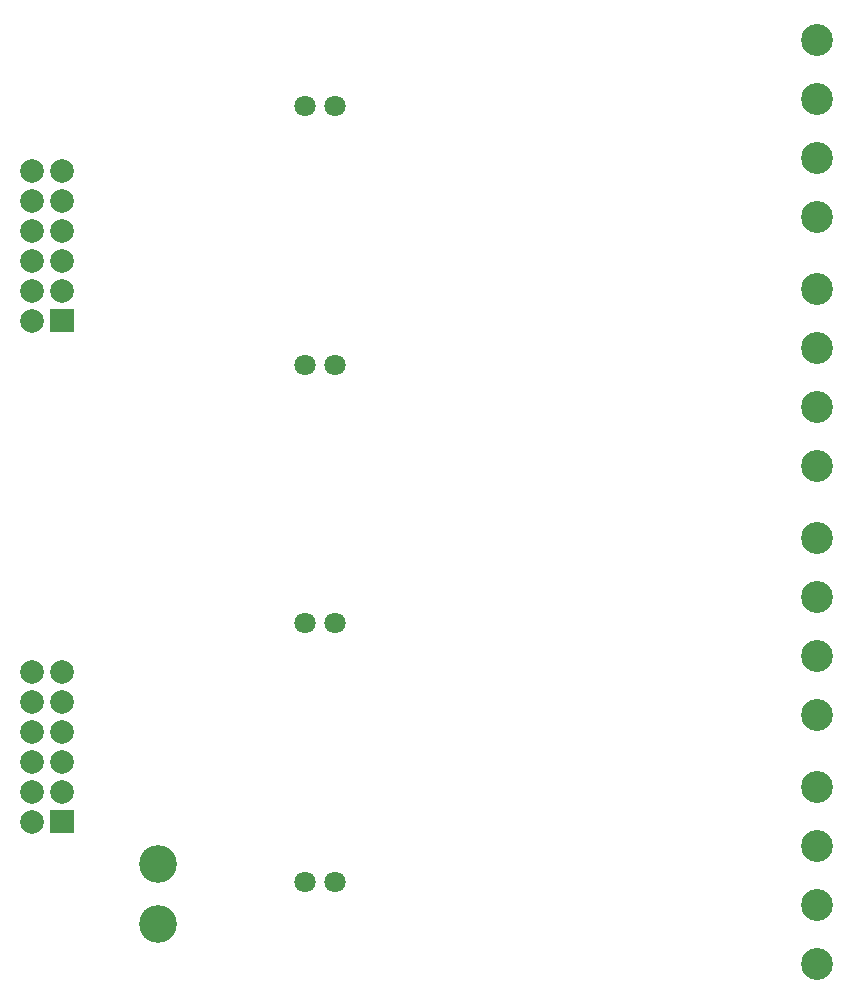
<source format=gbs>
G04 Layer: BottomSolderMaskLayer*
G04 EasyEDA v6.4.7, 2020-11-03T11:21:11+01:00*
G04 e0ef41b2cc3c4505ab9108ec2d5a37c9,9bd7e35f881f4a88a1d5770e7942d247,10*
G04 Gerber Generator version 0.2*
G04 Scale: 100 percent, Rotated: No, Reflected: No *
G04 Dimensions in millimeters *
G04 leading zeros omitted , absolute positions ,3 integer and 3 decimal *
%FSLAX33Y33*%
%MOMM*%
G90*
D02*

%ADD28C,1.803197*%
%ADD30C,2.703195*%
%ADD31C,2.003196*%
%ADD34C,3.203194*%

%LPD*%
G54D28*
G01X47879Y59143D03*
G01X50419Y59143D03*
G01X47879Y81030D03*
G01X50419Y81030D03*
G01X47879Y15371D03*
G01X50419Y15371D03*
G01X47879Y37257D03*
G01X50419Y37257D03*
G54D30*
G01X91186Y86624D03*
G01X91186Y81624D03*
G01X91186Y76624D03*
G01X91186Y71624D03*
G01X91186Y23378D03*
G01X91186Y18378D03*
G01X91186Y13378D03*
G01X91186Y8378D03*
G01X91186Y44460D03*
G01X91186Y39460D03*
G01X91186Y34460D03*
G01X91186Y29460D03*
G01X91186Y65542D03*
G01X91186Y60542D03*
G01X91186Y55542D03*
G01X91186Y50542D03*
G54D31*
G01X24765Y33150D03*
G01X27305Y33152D03*
G01X24764Y30610D03*
G01X27305Y30612D03*
G01X24764Y28070D03*
G01X27304Y28070D03*
G01X24764Y25530D03*
G01X27305Y25532D03*
G01X24764Y22990D03*
G01X27305Y22992D03*
G01X24764Y20450D03*
G36*
G01X26301Y19450D02*
G01X26301Y21451D01*
G01X28305Y21451D01*
G01X28305Y19450D01*
G01X26301Y19450D01*
G37*
G01X24765Y75568D03*
G01X27305Y75570D03*
G01X24764Y73028D03*
G01X27305Y73030D03*
G01X24764Y70488D03*
G01X27304Y70488D03*
G01X24764Y67948D03*
G01X27305Y67950D03*
G01X24764Y65408D03*
G01X27305Y65410D03*
G01X24764Y62868D03*
G36*
G01X26301Y61868D02*
G01X26301Y63869D01*
G01X28305Y63869D01*
G01X28305Y61868D01*
G01X26301Y61868D01*
G37*
G54D34*
G01X35433Y16895D03*
G01X35433Y11815D03*
M00*
M02*

</source>
